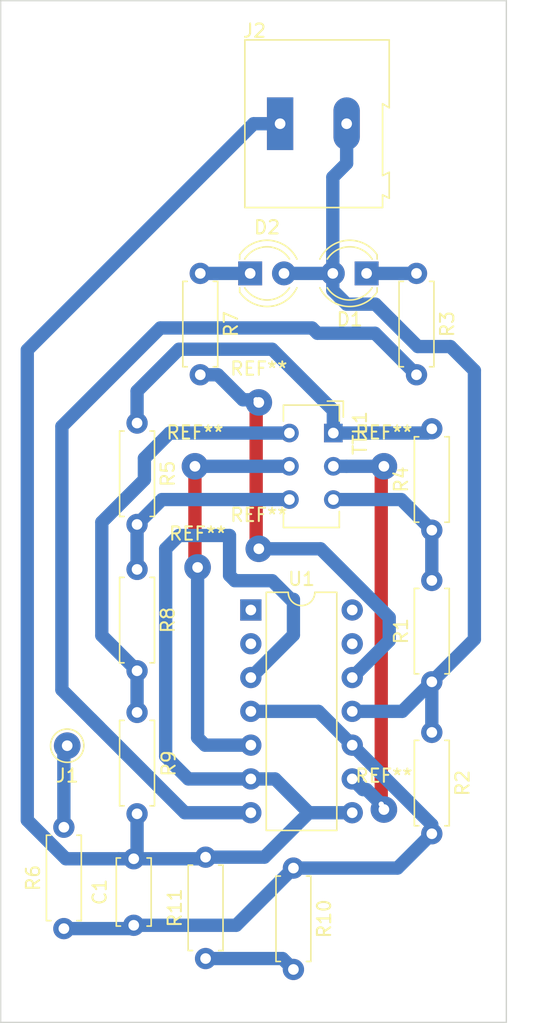
<source format=kicad_pcb>
(kicad_pcb (version 20171130) (host pcbnew "(5.0.1)-3")

  (general
    (thickness 1.6)
    (drawings 4)
    (tracks 122)
    (zones 0)
    (modules 24)
    (nets 20)
  )

  (page A4)
  (layers
    (0 F.Cu signal)
    (31 B.Cu signal)
    (32 B.Adhes user)
    (33 F.Adhes user)
    (34 B.Paste user)
    (35 F.Paste user)
    (36 B.SilkS user)
    (37 F.SilkS user)
    (38 B.Mask user)
    (39 F.Mask user)
    (40 Dwgs.User user)
    (41 Cmts.User user)
    (42 Eco1.User user)
    (43 Eco2.User user)
    (44 Edge.Cuts user)
    (45 Margin user)
    (46 B.CrtYd user)
    (47 F.CrtYd user)
    (48 B.Fab user)
    (49 F.Fab user)
  )

  (setup
    (last_trace_width 1)
    (trace_clearance 0.2)
    (zone_clearance 0.508)
    (zone_45_only no)
    (trace_min 0.2)
    (segment_width 0.2)
    (edge_width 0.1)
    (via_size 0.6)
    (via_drill 0.4)
    (via_min_size 0.4)
    (via_min_drill 0.3)
    (uvia_size 0.3)
    (uvia_drill 0.1)
    (uvias_allowed no)
    (uvia_min_size 0.2)
    (uvia_min_drill 0.1)
    (pcb_text_width 0.3)
    (pcb_text_size 1.5 1.5)
    (mod_edge_width 0.15)
    (mod_text_size 1 1)
    (mod_text_width 0.15)
    (pad_size 1.99898 1.99898)
    (pad_drill 0.8)
    (pad_to_mask_clearance 0)
    (solder_mask_min_width 0.25)
    (aux_axis_origin 0 0)
    (visible_elements 7FFFFFFF)
    (pcbplotparams
      (layerselection 0x01054_fffffffe)
      (usegerberextensions true)
      (usegerberattributes false)
      (usegerberadvancedattributes false)
      (creategerberjobfile false)
      (excludeedgelayer true)
      (linewidth 0.100000)
      (plotframeref false)
      (viasonmask false)
      (mode 1)
      (useauxorigin false)
      (hpglpennumber 1)
      (hpglpenspeed 20)
      (hpglpendiameter 15.000000)
      (psnegative false)
      (psa4output false)
      (plotreference true)
      (plotvalue true)
      (plotinvisibletext false)
      (padsonsilk true)
      (subtractmaskfromsilk false)
      (outputformat 1)
      (mirror false)
      (drillshape 0)
      (scaleselection 1)
      (outputdirectory "C:/Users/FabioAkira/Desktop/gerber/"))
  )

  (net 0 "")
  (net 1 GND)
  (net 2 "Net-(C1-Pad1)")
  (net 3 +5V)
  (net 4 "Net-(D1-Pad1)")
  (net 5 "Net-(D2-Pad1)")
  (net 6 "Net-(J1-Pad1)")
  (net 7 "Net-(R1-Pad2)")
  (net 8 "Net-(R3-Pad2)")
  (net 9 "Net-(R4-Pad2)")
  (net 10 "Net-(R5-Pad2)")
  (net 11 "Net-(R7-Pad2)")
  (net 12 "Net-(R8-Pad2)")
  (net 13 "Net-(R10-Pad2)")
  (net 14 "Net-(TTL1-Pad5)")
  (net 15 "Net-(TTL1-Pad2)")
  (net 16 "Net-(U1-Pad14)")
  (net 17 "Net-(U1-Pad13)")
  (net 18 "Net-(U1-Pad2)")
  (net 19 "Net-(U1-Pad1)")

  (net_class Default "This is the default net class."
    (clearance 0.2)
    (trace_width 1)
    (via_dia 0.6)
    (via_drill 0.4)
    (uvia_dia 0.3)
    (uvia_drill 0.1)
    (add_net +5V)
    (add_net GND)
    (add_net "Net-(C1-Pad1)")
    (add_net "Net-(D1-Pad1)")
    (add_net "Net-(D2-Pad1)")
    (add_net "Net-(J1-Pad1)")
    (add_net "Net-(R1-Pad2)")
    (add_net "Net-(R10-Pad2)")
    (add_net "Net-(R3-Pad2)")
    (add_net "Net-(R4-Pad2)")
    (add_net "Net-(R5-Pad2)")
    (add_net "Net-(R7-Pad2)")
    (add_net "Net-(R8-Pad2)")
    (add_net "Net-(TTL1-Pad2)")
    (add_net "Net-(TTL1-Pad5)")
    (add_net "Net-(U1-Pad1)")
    (add_net "Net-(U1-Pad13)")
    (add_net "Net-(U1-Pad14)")
    (add_net "Net-(U1-Pad2)")
  )

  (module Capacitors_THT:C_Disc_D5.0mm_W2.5mm_P5.00mm (layer F.Cu) (tedit 5BF8064E) (tstamp 5BEB3938)
    (at 180 120.5 90)
    (descr "C, Disc series, Radial, pin pitch=5.00mm, , diameter*width=5*2.5mm^2, Capacitor, http://cdn-reichelt.de/documents/datenblatt/B300/DS_KERKO_TC.pdf")
    (tags "C Disc series Radial pin pitch 5.00mm  diameter 5mm width 2.5mm Capacitor")
    (path /5BBF9380)
    (fp_text reference C1 (at 2.5 -2.56 90) (layer F.SilkS)
      (effects (font (size 1 1) (thickness 0.15)))
    )
    (fp_text value 10nF (at 2.5 2.56 90) (layer F.Fab)
      (effects (font (size 1 1) (thickness 0.15)))
    )
    (fp_text user %R (at 2.25 0 90) (layer F.Fab)
      (effects (font (size 1 1) (thickness 0.15)))
    )
    (fp_line (start 6.05 -1.6) (end -1.05 -1.6) (layer F.CrtYd) (width 0.05))
    (fp_line (start 6.05 1.6) (end 6.05 -1.6) (layer F.CrtYd) (width 0.05))
    (fp_line (start -1.05 1.6) (end 6.05 1.6) (layer F.CrtYd) (width 0.05))
    (fp_line (start -1.05 -1.6) (end -1.05 1.6) (layer F.CrtYd) (width 0.05))
    (fp_line (start 5.06 0.996) (end 5.06 1.31) (layer F.SilkS) (width 0.12))
    (fp_line (start 5.06 -1.31) (end 5.06 -0.996) (layer F.SilkS) (width 0.12))
    (fp_line (start -0.06 0.996) (end -0.06 1.31) (layer F.SilkS) (width 0.12))
    (fp_line (start -0.06 -1.31) (end -0.06 -0.996) (layer F.SilkS) (width 0.12))
    (fp_line (start -0.06 1.31) (end 5.06 1.31) (layer F.SilkS) (width 0.12))
    (fp_line (start -0.06 -1.31) (end 5.06 -1.31) (layer F.SilkS) (width 0.12))
    (fp_line (start 5 -1.25) (end 0 -1.25) (layer F.Fab) (width 0.1))
    (fp_line (start 5 1.25) (end 5 -1.25) (layer F.Fab) (width 0.1))
    (fp_line (start 0 1.25) (end 5 1.25) (layer F.Fab) (width 0.1))
    (fp_line (start 0 -1.25) (end 0 1.25) (layer F.Fab) (width 0.1))
    (pad 2 thru_hole circle (at 5 0 90) (size 1.6 1.6) (drill 0.8) (layers *.Cu *.Mask)
      (net 1 GND))
    (pad 1 thru_hole circle (at 0 0 90) (size 1.6 1.6) (drill 0.8) (layers *.Cu *.Mask)
      (net 2 "Net-(C1-Pad1)"))
    (model ${KISYS3DMOD}/Capacitors_THT.3dshapes/C_Disc_D5.0mm_W2.5mm_P5.00mm.wrl
      (at (xyz 0 0 0))
      (scale (xyz 1 1 1))
      (rotate (xyz 0 0 0))
    )
  )

  (module LEDs:LED_D4.0mm (layer F.Cu) (tedit 5BF805E5) (tstamp 5BEB3900)
    (at 197.5 71.5 180)
    (descr "LED, diameter 4.0mm, 2 pins, http://www.kingbright.com/attachments/file/psearch/000/00/00/L-43GD(Ver.12B).pdf")
    (tags "LED diameter 4.0mm 2 pins")
    (path /5BBF0DAA)
    (fp_text reference D1 (at 1.27 -3.46 180) (layer F.SilkS)
      (effects (font (size 1 1) (thickness 0.15)))
    )
    (fp_text value "LED HIGH" (at 1.27 3.46 180) (layer F.Fab)
      (effects (font (size 1 1) (thickness 0.15)))
    )
    (fp_line (start 4 -2.75) (end -1.45 -2.75) (layer F.CrtYd) (width 0.05))
    (fp_line (start 4 2.75) (end 4 -2.75) (layer F.CrtYd) (width 0.05))
    (fp_line (start -1.45 2.75) (end 4 2.75) (layer F.CrtYd) (width 0.05))
    (fp_line (start -1.45 -2.75) (end -1.45 2.75) (layer F.CrtYd) (width 0.05))
    (fp_line (start -0.79 1.08) (end -0.79 1.399) (layer F.SilkS) (width 0.12))
    (fp_line (start -0.79 -1.399) (end -0.79 -1.08) (layer F.SilkS) (width 0.12))
    (fp_line (start -0.73 -1.32665) (end -0.73 1.32665) (layer F.Fab) (width 0.1))
    (fp_circle (center 1.27 0) (end 3.27 0) (layer F.Fab) (width 0.1))
    (fp_arc (start 1.27 0) (end -0.41333 1.08) (angle -114.6) (layer F.SilkS) (width 0.12))
    (fp_arc (start 1.27 0) (end -0.41333 -1.08) (angle 114.6) (layer F.SilkS) (width 0.12))
    (fp_arc (start 1.27 0) (end -0.79 1.398749) (angle -120.1) (layer F.SilkS) (width 0.12))
    (fp_arc (start 1.27 0) (end -0.79 -1.398749) (angle 120.1) (layer F.SilkS) (width 0.12))
    (fp_arc (start 1.27 0) (end -0.73 -1.32665) (angle 292.9) (layer F.Fab) (width 0.1))
    (pad 2 thru_hole circle (at 2.54 0 180) (size 1.8 1.8) (drill 0.8) (layers *.Cu *.Mask)
      (net 3 +5V))
    (pad 1 thru_hole rect (at 0 0 180) (size 1.8 1.8) (drill 0.8) (layers *.Cu *.Mask)
      (net 4 "Net-(D1-Pad1)"))
    (model ${KISYS3DMOD}/LEDs.3dshapes/LED_D4.0mm.wrl
      (at (xyz 0 0 0))
      (scale (xyz 0.393701 0.393701 0.393701))
      (rotate (xyz 0 0 0))
    )
  )

  (module LEDs:LED_D4.0mm (layer F.Cu) (tedit 5BF805E1) (tstamp 5BEB3798)
    (at 188.75 71.5)
    (descr "LED, diameter 4.0mm, 2 pins, http://www.kingbright.com/attachments/file/psearch/000/00/00/L-43GD(Ver.12B).pdf")
    (tags "LED diameter 4.0mm 2 pins")
    (path /5BBF0E71)
    (fp_text reference D2 (at 1.27 -3.46) (layer F.SilkS)
      (effects (font (size 1 1) (thickness 0.15)))
    )
    (fp_text value "LED LOW" (at 1.27 3.46) (layer F.Fab)
      (effects (font (size 1 1) (thickness 0.15)))
    )
    (fp_arc (start 1.27 0) (end -0.73 -1.32665) (angle 292.9) (layer F.Fab) (width 0.1))
    (fp_arc (start 1.27 0) (end -0.79 -1.398749) (angle 120.1) (layer F.SilkS) (width 0.12))
    (fp_arc (start 1.27 0) (end -0.79 1.398749) (angle -120.1) (layer F.SilkS) (width 0.12))
    (fp_arc (start 1.27 0) (end -0.41333 -1.08) (angle 114.6) (layer F.SilkS) (width 0.12))
    (fp_arc (start 1.27 0) (end -0.41333 1.08) (angle -114.6) (layer F.SilkS) (width 0.12))
    (fp_circle (center 1.27 0) (end 3.27 0) (layer F.Fab) (width 0.1))
    (fp_line (start -0.73 -1.32665) (end -0.73 1.32665) (layer F.Fab) (width 0.1))
    (fp_line (start -0.79 -1.399) (end -0.79 -1.08) (layer F.SilkS) (width 0.12))
    (fp_line (start -0.79 1.08) (end -0.79 1.399) (layer F.SilkS) (width 0.12))
    (fp_line (start -1.45 -2.75) (end -1.45 2.75) (layer F.CrtYd) (width 0.05))
    (fp_line (start -1.45 2.75) (end 4 2.75) (layer F.CrtYd) (width 0.05))
    (fp_line (start 4 2.75) (end 4 -2.75) (layer F.CrtYd) (width 0.05))
    (fp_line (start 4 -2.75) (end -1.45 -2.75) (layer F.CrtYd) (width 0.05))
    (pad 1 thru_hole rect (at 0 0) (size 1.8 1.8) (drill 0.8) (layers *.Cu *.Mask)
      (net 5 "Net-(D2-Pad1)"))
    (pad 2 thru_hole circle (at 2.54 0) (size 1.8 1.8) (drill 0.8) (layers *.Cu *.Mask)
      (net 3 +5V))
    (model ${KISYS3DMOD}/LEDs.3dshapes/LED_D4.0mm.wrl
      (at (xyz 0 0 0))
      (scale (xyz 0.393701 0.393701 0.393701))
      (rotate (xyz 0 0 0))
    )
  )

  (module Connectors:Pin_d1.0mm_L10.0mm (layer F.Cu) (tedit 5BF8063F) (tstamp 5BEB3774)
    (at 175 107)
    (descr "solder Pin_ diameter 1.0mm, hole diameter 1.0mm (press fit), length 10.0mm")
    (tags "solder Pin_ press fit")
    (path /5BBF1BCB)
    (fp_text reference J1 (at 0 2.25) (layer F.SilkS)
      (effects (font (size 1 1) (thickness 0.15)))
    )
    (fp_text value "TEST PROBE" (at 0 -2.05) (layer F.Fab)
      (effects (font (size 1 1) (thickness 0.15)))
    )
    (fp_circle (center 0 0) (end 1.25 0.05) (layer F.SilkS) (width 0.12))
    (fp_circle (center 0 0) (end 1 0) (layer F.Fab) (width 0.12))
    (fp_circle (center 0 0) (end 0.5 0) (layer F.Fab) (width 0.12))
    (fp_circle (center 0 0) (end 1.5 0) (layer F.CrtYd) (width 0.05))
    (fp_text user %R (at 0 2.25) (layer F.Fab)
      (effects (font (size 1 1) (thickness 0.15)))
    )
    (pad 1 thru_hole circle (at 0 0) (size 2 2) (drill 0.8) (layers *.Cu *.Mask)
      (net 6 "Net-(J1-Pad1)"))
    (model ${KISYS3DMOD}/Connectors.3dshapes/Pin_d1.0mm_L10.0mm.wrl
      (at (xyz 0 0 0))
      (scale (xyz 1 1 1))
      (rotate (xyz 0 0 0))
    )
  )

  (module Connectors_Terminal_Blocks:TerminalBlock_Altech_AK300-2_P5.00mm (layer F.Cu) (tedit 5BF80671) (tstamp 5BEB3822)
    (at 191 60.25)
    (descr "Altech AK300 terminal block, pitch 5.0mm, 45 degree angled, see http://www.mouser.com/ds/2/16/PCBMETRC-24178.pdf")
    (tags "Altech AK300 terminal block pitch 5.0mm")
    (path /5BD755FA)
    (fp_text reference J2 (at -1.92 -6.99) (layer F.SilkS)
      (effects (font (size 1 1) (thickness 0.15)))
    )
    (fp_text value Conn_01x02 (at 2.78 7.75) (layer F.Fab)
      (effects (font (size 1 1) (thickness 0.15)))
    )
    (fp_arc (start -1.13 -4.65) (end -1.42 -4.13) (angle 104.2) (layer F.Fab) (width 0.1))
    (fp_arc (start -0.01 -3.71) (end -1.62 -5) (angle 100) (layer F.Fab) (width 0.1))
    (fp_arc (start 0.06 -6.07) (end 1.53 -4.12) (angle 75.5) (layer F.Fab) (width 0.1))
    (fp_arc (start 1.03 -4.59) (end 1.53 -5.05) (angle 90.5) (layer F.Fab) (width 0.1))
    (fp_arc (start 3.87 -4.65) (end 3.58 -4.13) (angle 104.2) (layer F.Fab) (width 0.1))
    (fp_arc (start 4.99 -3.71) (end 3.39 -5) (angle 100) (layer F.Fab) (width 0.1))
    (fp_arc (start 5.07 -6.07) (end 6.53 -4.12) (angle 75.5) (layer F.Fab) (width 0.1))
    (fp_arc (start 6.03 -4.59) (end 6.54 -5.05) (angle 90.5) (layer F.Fab) (width 0.1))
    (fp_line (start 8.36 6.47) (end -2.83 6.47) (layer F.CrtYd) (width 0.05))
    (fp_line (start 8.36 6.47) (end 8.36 -6.47) (layer F.CrtYd) (width 0.05))
    (fp_line (start -2.83 -6.47) (end -2.83 6.47) (layer F.CrtYd) (width 0.05))
    (fp_line (start -2.83 -6.47) (end 8.36 -6.47) (layer F.CrtYd) (width 0.05))
    (fp_line (start 3.36 -0.25) (end 6.67 -0.25) (layer F.Fab) (width 0.1))
    (fp_line (start 2.98 -0.25) (end 3.36 -0.25) (layer F.Fab) (width 0.1))
    (fp_line (start 7.05 -0.25) (end 6.67 -0.25) (layer F.Fab) (width 0.1))
    (fp_line (start 6.67 -0.64) (end 3.36 -0.64) (layer F.Fab) (width 0.1))
    (fp_line (start 7.61 -0.64) (end 6.67 -0.64) (layer F.Fab) (width 0.1))
    (fp_line (start 1.66 -0.64) (end 3.36 -0.64) (layer F.Fab) (width 0.1))
    (fp_line (start -1.64 -0.64) (end 1.66 -0.64) (layer F.Fab) (width 0.1))
    (fp_line (start -2.58 -0.64) (end -1.64 -0.64) (layer F.Fab) (width 0.1))
    (fp_line (start 1.66 -0.25) (end -1.64 -0.25) (layer F.Fab) (width 0.1))
    (fp_line (start 2.04 -0.25) (end 1.66 -0.25) (layer F.Fab) (width 0.1))
    (fp_line (start -2.02 -0.25) (end -1.64 -0.25) (layer F.Fab) (width 0.1))
    (fp_line (start -1.49 -4.32) (end 1.56 -4.95) (layer F.Fab) (width 0.1))
    (fp_line (start -1.62 -4.45) (end 1.44 -5.08) (layer F.Fab) (width 0.1))
    (fp_line (start 3.52 -4.32) (end 6.56 -4.95) (layer F.Fab) (width 0.1))
    (fp_line (start 3.39 -4.45) (end 6.44 -5.08) (layer F.Fab) (width 0.1))
    (fp_line (start 2.04 -5.97) (end -2.02 -5.97) (layer F.Fab) (width 0.1))
    (fp_line (start -2.02 -3.43) (end -2.02 -5.97) (layer F.Fab) (width 0.1))
    (fp_line (start 2.04 -3.43) (end -2.02 -3.43) (layer F.Fab) (width 0.1))
    (fp_line (start 2.04 -3.43) (end 2.04 -5.97) (layer F.Fab) (width 0.1))
    (fp_line (start 7.05 -3.43) (end 2.98 -3.43) (layer F.Fab) (width 0.1))
    (fp_line (start 7.05 -5.97) (end 7.05 -3.43) (layer F.Fab) (width 0.1))
    (fp_line (start 2.98 -5.97) (end 7.05 -5.97) (layer F.Fab) (width 0.1))
    (fp_line (start 2.98 -3.43) (end 2.98 -5.97) (layer F.Fab) (width 0.1))
    (fp_line (start 7.61 -3.17) (end 7.61 -1.65) (layer F.Fab) (width 0.1))
    (fp_line (start -2.58 -3.17) (end -2.58 -6.22) (layer F.Fab) (width 0.1))
    (fp_line (start -2.58 -3.17) (end 7.61 -3.17) (layer F.Fab) (width 0.1))
    (fp_line (start 7.61 -0.64) (end 7.61 4.06) (layer F.Fab) (width 0.1))
    (fp_line (start 7.61 -1.65) (end 7.61 -0.64) (layer F.Fab) (width 0.1))
    (fp_line (start -2.58 -0.64) (end -2.58 -3.17) (layer F.Fab) (width 0.1))
    (fp_line (start -2.58 6.22) (end -2.58 -0.64) (layer F.Fab) (width 0.1))
    (fp_line (start 6.67 0.51) (end 6.28 0.51) (layer F.Fab) (width 0.1))
    (fp_line (start 3.36 0.51) (end 3.74 0.51) (layer F.Fab) (width 0.1))
    (fp_line (start 1.66 0.51) (end 1.28 0.51) (layer F.Fab) (width 0.1))
    (fp_line (start -1.64 0.51) (end -1.26 0.51) (layer F.Fab) (width 0.1))
    (fp_line (start -1.64 3.68) (end -1.64 0.51) (layer F.Fab) (width 0.1))
    (fp_line (start 1.66 3.68) (end -1.64 3.68) (layer F.Fab) (width 0.1))
    (fp_line (start 1.66 3.68) (end 1.66 0.51) (layer F.Fab) (width 0.1))
    (fp_line (start 3.36 3.68) (end 3.36 0.51) (layer F.Fab) (width 0.1))
    (fp_line (start 6.67 3.68) (end 3.36 3.68) (layer F.Fab) (width 0.1))
    (fp_line (start 6.67 3.68) (end 6.67 0.51) (layer F.Fab) (width 0.1))
    (fp_line (start -2.02 4.32) (end -2.02 6.22) (layer F.Fab) (width 0.1))
    (fp_line (start 2.04 4.32) (end 2.04 -0.25) (layer F.Fab) (width 0.1))
    (fp_line (start 2.04 4.32) (end -2.02 4.32) (layer F.Fab) (width 0.1))
    (fp_line (start 7.05 4.32) (end 7.05 6.22) (layer F.Fab) (width 0.1))
    (fp_line (start 2.98 4.32) (end 2.98 -0.25) (layer F.Fab) (width 0.1))
    (fp_line (start 2.98 4.32) (end 7.05 4.32) (layer F.Fab) (width 0.1))
    (fp_line (start -2.02 6.22) (end 2.04 6.22) (layer F.Fab) (width 0.1))
    (fp_line (start -2.58 6.22) (end -2.02 6.22) (layer F.Fab) (width 0.1))
    (fp_line (start -2.02 -0.25) (end -2.02 4.32) (layer F.Fab) (width 0.1))
    (fp_line (start 2.04 6.22) (end 2.98 6.22) (layer F.Fab) (width 0.1))
    (fp_line (start 2.04 6.22) (end 2.04 4.32) (layer F.Fab) (width 0.1))
    (fp_line (start 7.05 6.22) (end 7.61 6.22) (layer F.Fab) (width 0.1))
    (fp_line (start 2.98 6.22) (end 7.05 6.22) (layer F.Fab) (width 0.1))
    (fp_line (start 7.05 -0.25) (end 7.05 4.32) (layer F.Fab) (width 0.1))
    (fp_line (start 2.98 6.22) (end 2.98 4.32) (layer F.Fab) (width 0.1))
    (fp_line (start 8.11 3.81) (end 8.11 5.46) (layer F.Fab) (width 0.1))
    (fp_line (start 7.61 4.06) (end 7.61 5.21) (layer F.Fab) (width 0.1))
    (fp_line (start 8.11 3.81) (end 7.61 4.06) (layer F.Fab) (width 0.1))
    (fp_line (start 7.61 5.21) (end 7.61 6.22) (layer F.Fab) (width 0.1))
    (fp_line (start 8.11 5.46) (end 7.61 5.21) (layer F.Fab) (width 0.1))
    (fp_line (start 8.11 -1.4) (end 7.61 -1.65) (layer F.Fab) (width 0.1))
    (fp_line (start 8.11 -6.22) (end 8.11 -1.4) (layer F.Fab) (width 0.1))
    (fp_line (start 7.61 -6.22) (end 8.11 -6.22) (layer F.Fab) (width 0.1))
    (fp_line (start 7.61 -6.22) (end -2.58 -6.22) (layer F.Fab) (width 0.1))
    (fp_line (start 7.61 -6.22) (end 7.61 -3.17) (layer F.Fab) (width 0.1))
    (fp_line (start 3.74 2.54) (end 3.74 -0.25) (layer F.Fab) (width 0.1))
    (fp_line (start 3.74 -0.25) (end 6.28 -0.25) (layer F.Fab) (width 0.1))
    (fp_line (start 6.28 2.54) (end 6.28 -0.25) (layer F.Fab) (width 0.1))
    (fp_line (start 3.74 2.54) (end 6.28 2.54) (layer F.Fab) (width 0.1))
    (fp_line (start -1.26 2.54) (end -1.26 -0.25) (layer F.Fab) (width 0.1))
    (fp_line (start -1.26 -0.25) (end 1.28 -0.25) (layer F.Fab) (width 0.1))
    (fp_line (start 1.28 2.54) (end 1.28 -0.25) (layer F.Fab) (width 0.1))
    (fp_line (start -1.26 2.54) (end 1.28 2.54) (layer F.Fab) (width 0.1))
    (fp_line (start 8.2 -6.3) (end -2.65 -6.3) (layer F.SilkS) (width 0.12))
    (fp_line (start 8.2 -1.2) (end 8.2 -6.3) (layer F.SilkS) (width 0.12))
    (fp_line (start 7.7 -1.5) (end 8.2 -1.2) (layer F.SilkS) (width 0.12))
    (fp_line (start 7.7 3.9) (end 7.7 -1.5) (layer F.SilkS) (width 0.12))
    (fp_line (start 8.2 3.65) (end 7.7 3.9) (layer F.SilkS) (width 0.12))
    (fp_line (start 8.2 3.7) (end 8.2 3.65) (layer F.SilkS) (width 0.12))
    (fp_line (start 8.2 5.6) (end 8.2 3.7) (layer F.SilkS) (width 0.12))
    (fp_line (start 7.7 5.35) (end 8.2 5.6) (layer F.SilkS) (width 0.12))
    (fp_line (start 7.7 6.3) (end 7.7 5.35) (layer F.SilkS) (width 0.12))
    (fp_line (start -2.65 6.3) (end 7.7 6.3) (layer F.SilkS) (width 0.12))
    (fp_line (start -2.65 -6.3) (end -2.65 6.3) (layer F.SilkS) (width 0.12))
    (fp_text user %R (at 2.5 -2) (layer F.Fab)
      (effects (font (size 1 1) (thickness 0.15)))
    )
    (pad 2 thru_hole oval (at 5 0) (size 1.98 3.96) (drill 0.8) (layers *.Cu *.Mask)
      (net 3 +5V))
    (pad 1 thru_hole rect (at 0 0) (size 1.98 3.96) (drill 0.8) (layers *.Cu *.Mask)
      (net 1 GND))
    (model ${KISYS3DMOD}/Terminal_Blocks.3dshapes/TerminalBlock_Altech_AK300-2_P5.00mm.wrl
      (at (xyz 0 0 0))
      (scale (xyz 1 1 1))
      (rotate (xyz 0 0 0))
    )
  )

  (module Resistors_THT:R_Axial_DIN0207_L6.3mm_D2.5mm_P7.62mm_Horizontal (layer F.Cu) (tedit 5874F706) (tstamp 5BEB3741)
    (at 202.4 102.2 90)
    (descr "Resistor, Axial_DIN0207 series, Axial, Horizontal, pin pitch=7.62mm, 0.25W = 1/4W, length*diameter=6.3*2.5mm^2, http://cdn-reichelt.de/documents/datenblatt/B400/1_4W%23YAG.pdf")
    (tags "Resistor Axial_DIN0207 series Axial Horizontal pin pitch 7.62mm 0.25W = 1/4W length 6.3mm diameter 2.5mm")
    (path /5BBF0ACE)
    (fp_text reference R1 (at 3.81 -2.31 90) (layer F.SilkS)
      (effects (font (size 1 1) (thickness 0.15)))
    )
    (fp_text value 47k (at 3.81 2.31 90) (layer F.Fab)
      (effects (font (size 1 1) (thickness 0.15)))
    )
    (fp_line (start 0.66 -1.25) (end 0.66 1.25) (layer F.Fab) (width 0.1))
    (fp_line (start 0.66 1.25) (end 6.96 1.25) (layer F.Fab) (width 0.1))
    (fp_line (start 6.96 1.25) (end 6.96 -1.25) (layer F.Fab) (width 0.1))
    (fp_line (start 6.96 -1.25) (end 0.66 -1.25) (layer F.Fab) (width 0.1))
    (fp_line (start 0 0) (end 0.66 0) (layer F.Fab) (width 0.1))
    (fp_line (start 7.62 0) (end 6.96 0) (layer F.Fab) (width 0.1))
    (fp_line (start 0.6 -0.98) (end 0.6 -1.31) (layer F.SilkS) (width 0.12))
    (fp_line (start 0.6 -1.31) (end 7.02 -1.31) (layer F.SilkS) (width 0.12))
    (fp_line (start 7.02 -1.31) (end 7.02 -0.98) (layer F.SilkS) (width 0.12))
    (fp_line (start 0.6 0.98) (end 0.6 1.31) (layer F.SilkS) (width 0.12))
    (fp_line (start 0.6 1.31) (end 7.02 1.31) (layer F.SilkS) (width 0.12))
    (fp_line (start 7.02 1.31) (end 7.02 0.98) (layer F.SilkS) (width 0.12))
    (fp_line (start -1.05 -1.6) (end -1.05 1.6) (layer F.CrtYd) (width 0.05))
    (fp_line (start -1.05 1.6) (end 8.7 1.6) (layer F.CrtYd) (width 0.05))
    (fp_line (start 8.7 1.6) (end 8.7 -1.6) (layer F.CrtYd) (width 0.05))
    (fp_line (start 8.7 -1.6) (end -1.05 -1.6) (layer F.CrtYd) (width 0.05))
    (pad 1 thru_hole circle (at 0 0 90) (size 1.6 1.6) (drill 0.8) (layers *.Cu *.Mask)
      (net 3 +5V))
    (pad 2 thru_hole oval (at 7.62 0 90) (size 1.6 1.6) (drill 0.8) (layers *.Cu *.Mask)
      (net 7 "Net-(R1-Pad2)"))
    (model ${KISYS3DMOD}/Resistors_THT.3dshapes/R_Axial_DIN0207_L6.3mm_D2.5mm_P7.62mm_Horizontal.wrl
      (at (xyz 0 0 0))
      (scale (xyz 0.393701 0.393701 0.393701))
      (rotate (xyz 0 0 0))
    )
  )

  (module Resistors_THT:R_Axial_DIN0207_L6.3mm_D2.5mm_P7.62mm_Horizontal (layer F.Cu) (tedit 5874F706) (tstamp 5BEB41E2)
    (at 202.4 106 270)
    (descr "Resistor, Axial_DIN0207 series, Axial, Horizontal, pin pitch=7.62mm, 0.25W = 1/4W, length*diameter=6.3*2.5mm^2, http://cdn-reichelt.de/documents/datenblatt/B400/1_4W%23YAG.pdf")
    (tags "Resistor Axial_DIN0207 series Axial Horizontal pin pitch 7.62mm 0.25W = 1/4W length 6.3mm diameter 2.5mm")
    (path /5BBF0B71)
    (fp_text reference R2 (at 3.81 -2.31 270) (layer F.SilkS)
      (effects (font (size 1 1) (thickness 0.15)))
    )
    (fp_text value 1.2M (at 3.81 2.31 270) (layer F.Fab)
      (effects (font (size 1 1) (thickness 0.15)))
    )
    (fp_line (start 8.7 -1.6) (end -1.05 -1.6) (layer F.CrtYd) (width 0.05))
    (fp_line (start 8.7 1.6) (end 8.7 -1.6) (layer F.CrtYd) (width 0.05))
    (fp_line (start -1.05 1.6) (end 8.7 1.6) (layer F.CrtYd) (width 0.05))
    (fp_line (start -1.05 -1.6) (end -1.05 1.6) (layer F.CrtYd) (width 0.05))
    (fp_line (start 7.02 1.31) (end 7.02 0.98) (layer F.SilkS) (width 0.12))
    (fp_line (start 0.6 1.31) (end 7.02 1.31) (layer F.SilkS) (width 0.12))
    (fp_line (start 0.6 0.98) (end 0.6 1.31) (layer F.SilkS) (width 0.12))
    (fp_line (start 7.02 -1.31) (end 7.02 -0.98) (layer F.SilkS) (width 0.12))
    (fp_line (start 0.6 -1.31) (end 7.02 -1.31) (layer F.SilkS) (width 0.12))
    (fp_line (start 0.6 -0.98) (end 0.6 -1.31) (layer F.SilkS) (width 0.12))
    (fp_line (start 7.62 0) (end 6.96 0) (layer F.Fab) (width 0.1))
    (fp_line (start 0 0) (end 0.66 0) (layer F.Fab) (width 0.1))
    (fp_line (start 6.96 -1.25) (end 0.66 -1.25) (layer F.Fab) (width 0.1))
    (fp_line (start 6.96 1.25) (end 6.96 -1.25) (layer F.Fab) (width 0.1))
    (fp_line (start 0.66 1.25) (end 6.96 1.25) (layer F.Fab) (width 0.1))
    (fp_line (start 0.66 -1.25) (end 0.66 1.25) (layer F.Fab) (width 0.1))
    (pad 2 thru_hole oval (at 7.62 0 270) (size 1.6 1.6) (drill 0.8) (layers *.Cu *.Mask)
      (net 2 "Net-(C1-Pad1)"))
    (pad 1 thru_hole circle (at 0 0 270) (size 1.6 1.6) (drill 0.8) (layers *.Cu *.Mask)
      (net 3 +5V))
    (model ${KISYS3DMOD}/Resistors_THT.3dshapes/R_Axial_DIN0207_L6.3mm_D2.5mm_P7.62mm_Horizontal.wrl
      (at (xyz 0 0 0))
      (scale (xyz 0.393701 0.393701 0.393701))
      (rotate (xyz 0 0 0))
    )
  )

  (module Resistors_THT:R_Axial_DIN0207_L6.3mm_D2.5mm_P7.62mm_Horizontal (layer F.Cu) (tedit 5874F706) (tstamp 5BEB36C3)
    (at 201.25 71.5 270)
    (descr "Resistor, Axial_DIN0207 series, Axial, Horizontal, pin pitch=7.62mm, 0.25W = 1/4W, length*diameter=6.3*2.5mm^2, http://cdn-reichelt.de/documents/datenblatt/B400/1_4W%23YAG.pdf")
    (tags "Resistor Axial_DIN0207 series Axial Horizontal pin pitch 7.62mm 0.25W = 1/4W length 6.3mm diameter 2.5mm")
    (path /5BBF0C0A)
    (fp_text reference R3 (at 3.81 -2.31 270) (layer F.SilkS)
      (effects (font (size 1 1) (thickness 0.15)))
    )
    (fp_text value 560/0.5W (at 3.81 2.31 270) (layer F.Fab)
      (effects (font (size 1 1) (thickness 0.15)))
    )
    (fp_line (start 0.66 -1.25) (end 0.66 1.25) (layer F.Fab) (width 0.1))
    (fp_line (start 0.66 1.25) (end 6.96 1.25) (layer F.Fab) (width 0.1))
    (fp_line (start 6.96 1.25) (end 6.96 -1.25) (layer F.Fab) (width 0.1))
    (fp_line (start 6.96 -1.25) (end 0.66 -1.25) (layer F.Fab) (width 0.1))
    (fp_line (start 0 0) (end 0.66 0) (layer F.Fab) (width 0.1))
    (fp_line (start 7.62 0) (end 6.96 0) (layer F.Fab) (width 0.1))
    (fp_line (start 0.6 -0.98) (end 0.6 -1.31) (layer F.SilkS) (width 0.12))
    (fp_line (start 0.6 -1.31) (end 7.02 -1.31) (layer F.SilkS) (width 0.12))
    (fp_line (start 7.02 -1.31) (end 7.02 -0.98) (layer F.SilkS) (width 0.12))
    (fp_line (start 0.6 0.98) (end 0.6 1.31) (layer F.SilkS) (width 0.12))
    (fp_line (start 0.6 1.31) (end 7.02 1.31) (layer F.SilkS) (width 0.12))
    (fp_line (start 7.02 1.31) (end 7.02 0.98) (layer F.SilkS) (width 0.12))
    (fp_line (start -1.05 -1.6) (end -1.05 1.6) (layer F.CrtYd) (width 0.05))
    (fp_line (start -1.05 1.6) (end 8.7 1.6) (layer F.CrtYd) (width 0.05))
    (fp_line (start 8.7 1.6) (end 8.7 -1.6) (layer F.CrtYd) (width 0.05))
    (fp_line (start 8.7 -1.6) (end -1.05 -1.6) (layer F.CrtYd) (width 0.05))
    (pad 1 thru_hole circle (at 0 0 270) (size 1.6 1.6) (drill 0.8) (layers *.Cu *.Mask)
      (net 4 "Net-(D1-Pad1)"))
    (pad 2 thru_hole oval (at 7.62 0 270) (size 1.6 1.6) (drill 0.8) (layers *.Cu *.Mask)
      (net 8 "Net-(R3-Pad2)"))
    (model ${KISYS3DMOD}/Resistors_THT.3dshapes/R_Axial_DIN0207_L6.3mm_D2.5mm_P7.62mm_Horizontal.wrl
      (at (xyz 0 0 0))
      (scale (xyz 0.393701 0.393701 0.393701))
      (rotate (xyz 0 0 0))
    )
  )

  (module Resistors_THT:R_Axial_DIN0207_L6.3mm_D2.5mm_P7.62mm_Horizontal (layer F.Cu) (tedit 5874F706) (tstamp 5BEB3684)
    (at 202.4 90.8 90)
    (descr "Resistor, Axial_DIN0207 series, Axial, Horizontal, pin pitch=7.62mm, 0.25W = 1/4W, length*diameter=6.3*2.5mm^2, http://cdn-reichelt.de/documents/datenblatt/B400/1_4W%23YAG.pdf")
    (tags "Resistor Axial_DIN0207 series Axial Horizontal pin pitch 7.62mm 0.25W = 1/4W length 6.3mm diameter 2.5mm")
    (path /5BBF0404)
    (fp_text reference R4 (at 3.81 -2.31 90) (layer F.SilkS)
      (effects (font (size 1 1) (thickness 0.15)))
    )
    (fp_text value 56k (at 3.81 2.31 90) (layer F.Fab)
      (effects (font (size 1 1) (thickness 0.15)))
    )
    (fp_line (start 0.66 -1.25) (end 0.66 1.25) (layer F.Fab) (width 0.1))
    (fp_line (start 0.66 1.25) (end 6.96 1.25) (layer F.Fab) (width 0.1))
    (fp_line (start 6.96 1.25) (end 6.96 -1.25) (layer F.Fab) (width 0.1))
    (fp_line (start 6.96 -1.25) (end 0.66 -1.25) (layer F.Fab) (width 0.1))
    (fp_line (start 0 0) (end 0.66 0) (layer F.Fab) (width 0.1))
    (fp_line (start 7.62 0) (end 6.96 0) (layer F.Fab) (width 0.1))
    (fp_line (start 0.6 -0.98) (end 0.6 -1.31) (layer F.SilkS) (width 0.12))
    (fp_line (start 0.6 -1.31) (end 7.02 -1.31) (layer F.SilkS) (width 0.12))
    (fp_line (start 7.02 -1.31) (end 7.02 -0.98) (layer F.SilkS) (width 0.12))
    (fp_line (start 0.6 0.98) (end 0.6 1.31) (layer F.SilkS) (width 0.12))
    (fp_line (start 0.6 1.31) (end 7.02 1.31) (layer F.SilkS) (width 0.12))
    (fp_line (start 7.02 1.31) (end 7.02 0.98) (layer F.SilkS) (width 0.12))
    (fp_line (start -1.05 -1.6) (end -1.05 1.6) (layer F.CrtYd) (width 0.05))
    (fp_line (start -1.05 1.6) (end 8.7 1.6) (layer F.CrtYd) (width 0.05))
    (fp_line (start 8.7 1.6) (end 8.7 -1.6) (layer F.CrtYd) (width 0.05))
    (fp_line (start 8.7 -1.6) (end -1.05 -1.6) (layer F.CrtYd) (width 0.05))
    (pad 1 thru_hole circle (at 0 0 90) (size 1.6 1.6) (drill 0.8) (layers *.Cu *.Mask)
      (net 7 "Net-(R1-Pad2)"))
    (pad 2 thru_hole oval (at 7.62 0 90) (size 1.6 1.6) (drill 0.8) (layers *.Cu *.Mask)
      (net 9 "Net-(R4-Pad2)"))
    (model ${KISYS3DMOD}/Resistors_THT.3dshapes/R_Axial_DIN0207_L6.3mm_D2.5mm_P7.62mm_Horizontal.wrl
      (at (xyz 0 0 0))
      (scale (xyz 0.393701 0.393701 0.393701))
      (rotate (xyz 0 0 0))
    )
  )

  (module Resistors_THT:R_Axial_DIN0207_L6.3mm_D2.5mm_P7.62mm_Horizontal (layer F.Cu) (tedit 5874F706) (tstamp 5BEB3645)
    (at 180.25 82.75 270)
    (descr "Resistor, Axial_DIN0207 series, Axial, Horizontal, pin pitch=7.62mm, 0.25W = 1/4W, length*diameter=6.3*2.5mm^2, http://cdn-reichelt.de/documents/datenblatt/B400/1_4W%23YAG.pdf")
    (tags "Resistor Axial_DIN0207 series Axial Horizontal pin pitch 7.62mm 0.25W = 1/4W length 6.3mm diameter 2.5mm")
    (path /5BBF043F)
    (fp_text reference R5 (at 3.81 -2.31 270) (layer F.SilkS)
      (effects (font (size 1 1) (thickness 0.15)))
    )
    (fp_text value 22k (at 3.81 2.31 270) (layer F.Fab)
      (effects (font (size 1 1) (thickness 0.15)))
    )
    (fp_line (start 8.7 -1.6) (end -1.05 -1.6) (layer F.CrtYd) (width 0.05))
    (fp_line (start 8.7 1.6) (end 8.7 -1.6) (layer F.CrtYd) (width 0.05))
    (fp_line (start -1.05 1.6) (end 8.7 1.6) (layer F.CrtYd) (width 0.05))
    (fp_line (start -1.05 -1.6) (end -1.05 1.6) (layer F.CrtYd) (width 0.05))
    (fp_line (start 7.02 1.31) (end 7.02 0.98) (layer F.SilkS) (width 0.12))
    (fp_line (start 0.6 1.31) (end 7.02 1.31) (layer F.SilkS) (width 0.12))
    (fp_line (start 0.6 0.98) (end 0.6 1.31) (layer F.SilkS) (width 0.12))
    (fp_line (start 7.02 -1.31) (end 7.02 -0.98) (layer F.SilkS) (width 0.12))
    (fp_line (start 0.6 -1.31) (end 7.02 -1.31) (layer F.SilkS) (width 0.12))
    (fp_line (start 0.6 -0.98) (end 0.6 -1.31) (layer F.SilkS) (width 0.12))
    (fp_line (start 7.62 0) (end 6.96 0) (layer F.Fab) (width 0.1))
    (fp_line (start 0 0) (end 0.66 0) (layer F.Fab) (width 0.1))
    (fp_line (start 6.96 -1.25) (end 0.66 -1.25) (layer F.Fab) (width 0.1))
    (fp_line (start 6.96 1.25) (end 6.96 -1.25) (layer F.Fab) (width 0.1))
    (fp_line (start 0.66 1.25) (end 6.96 1.25) (layer F.Fab) (width 0.1))
    (fp_line (start 0.66 -1.25) (end 0.66 1.25) (layer F.Fab) (width 0.1))
    (pad 2 thru_hole oval (at 7.62 0 270) (size 1.6 1.6) (drill 0.8) (layers *.Cu *.Mask)
      (net 10 "Net-(R5-Pad2)"))
    (pad 1 thru_hole circle (at 0 0 270) (size 1.6 1.6) (drill 0.8) (layers *.Cu *.Mask)
      (net 9 "Net-(R4-Pad2)"))
    (model ${KISYS3DMOD}/Resistors_THT.3dshapes/R_Axial_DIN0207_L6.3mm_D2.5mm_P7.62mm_Horizontal.wrl
      (at (xyz 0 0 0))
      (scale (xyz 0.393701 0.393701 0.393701))
      (rotate (xyz 0 0 0))
    )
  )

  (module Resistors_THT:R_Axial_DIN0207_L6.3mm_D2.5mm_P7.62mm_Horizontal (layer F.Cu) (tedit 5874F706) (tstamp 5BEB3975)
    (at 174.75 120.75 90)
    (descr "Resistor, Axial_DIN0207 series, Axial, Horizontal, pin pitch=7.62mm, 0.25W = 1/4W, length*diameter=6.3*2.5mm^2, http://cdn-reichelt.de/documents/datenblatt/B400/1_4W%23YAG.pdf")
    (tags "Resistor Axial_DIN0207 series Axial Horizontal pin pitch 7.62mm 0.25W = 1/4W length 6.3mm diameter 2.5mm")
    (path /5BBF0C7D)
    (fp_text reference R6 (at 3.81 -2.31 90) (layer F.SilkS)
      (effects (font (size 1 1) (thickness 0.15)))
    )
    (fp_text value 10k (at 3.81 2.31 90) (layer F.Fab)
      (effects (font (size 1 1) (thickness 0.15)))
    )
    (fp_line (start 8.7 -1.6) (end -1.05 -1.6) (layer F.CrtYd) (width 0.05))
    (fp_line (start 8.7 1.6) (end 8.7 -1.6) (layer F.CrtYd) (width 0.05))
    (fp_line (start -1.05 1.6) (end 8.7 1.6) (layer F.CrtYd) (width 0.05))
    (fp_line (start -1.05 -1.6) (end -1.05 1.6) (layer F.CrtYd) (width 0.05))
    (fp_line (start 7.02 1.31) (end 7.02 0.98) (layer F.SilkS) (width 0.12))
    (fp_line (start 0.6 1.31) (end 7.02 1.31) (layer F.SilkS) (width 0.12))
    (fp_line (start 0.6 0.98) (end 0.6 1.31) (layer F.SilkS) (width 0.12))
    (fp_line (start 7.02 -1.31) (end 7.02 -0.98) (layer F.SilkS) (width 0.12))
    (fp_line (start 0.6 -1.31) (end 7.02 -1.31) (layer F.SilkS) (width 0.12))
    (fp_line (start 0.6 -0.98) (end 0.6 -1.31) (layer F.SilkS) (width 0.12))
    (fp_line (start 7.62 0) (end 6.96 0) (layer F.Fab) (width 0.1))
    (fp_line (start 0 0) (end 0.66 0) (layer F.Fab) (width 0.1))
    (fp_line (start 6.96 -1.25) (end 0.66 -1.25) (layer F.Fab) (width 0.1))
    (fp_line (start 6.96 1.25) (end 6.96 -1.25) (layer F.Fab) (width 0.1))
    (fp_line (start 0.66 1.25) (end 6.96 1.25) (layer F.Fab) (width 0.1))
    (fp_line (start 0.66 -1.25) (end 0.66 1.25) (layer F.Fab) (width 0.1))
    (pad 2 thru_hole oval (at 7.62 0 90) (size 1.6 1.6) (drill 0.8) (layers *.Cu *.Mask)
      (net 6 "Net-(J1-Pad1)"))
    (pad 1 thru_hole circle (at 0 0 90) (size 1.6 1.6) (drill 0.8) (layers *.Cu *.Mask)
      (net 2 "Net-(C1-Pad1)"))
    (model ${KISYS3DMOD}/Resistors_THT.3dshapes/R_Axial_DIN0207_L6.3mm_D2.5mm_P7.62mm_Horizontal.wrl
      (at (xyz 0 0 0))
      (scale (xyz 0.393701 0.393701 0.393701))
      (rotate (xyz 0 0 0))
    )
  )

  (module Resistors_THT:R_Axial_DIN0207_L6.3mm_D2.5mm_P7.62mm_Horizontal (layer F.Cu) (tedit 5874F706) (tstamp 5BEB3B79)
    (at 185 71.5 270)
    (descr "Resistor, Axial_DIN0207 series, Axial, Horizontal, pin pitch=7.62mm, 0.25W = 1/4W, length*diameter=6.3*2.5mm^2, http://cdn-reichelt.de/documents/datenblatt/B400/1_4W%23YAG.pdf")
    (tags "Resistor Axial_DIN0207 series Axial Horizontal pin pitch 7.62mm 0.25W = 1/4W length 6.3mm diameter 2.5mm")
    (path /5BBF372D)
    (fp_text reference R7 (at 3.81 -2.31 270) (layer F.SilkS)
      (effects (font (size 1 1) (thickness 0.15)))
    )
    (fp_text value 560/0.5W (at 3.81 2.624999 270) (layer F.Fab)
      (effects (font (size 1 1) (thickness 0.15)))
    )
    (fp_line (start 0.66 -1.25) (end 0.66 1.25) (layer F.Fab) (width 0.1))
    (fp_line (start 0.66 1.25) (end 6.96 1.25) (layer F.Fab) (width 0.1))
    (fp_line (start 6.96 1.25) (end 6.96 -1.25) (layer F.Fab) (width 0.1))
    (fp_line (start 6.96 -1.25) (end 0.66 -1.25) (layer F.Fab) (width 0.1))
    (fp_line (start 0 0) (end 0.66 0) (layer F.Fab) (width 0.1))
    (fp_line (start 7.62 0) (end 6.96 0) (layer F.Fab) (width 0.1))
    (fp_line (start 0.6 -0.98) (end 0.6 -1.31) (layer F.SilkS) (width 0.12))
    (fp_line (start 0.6 -1.31) (end 7.02 -1.31) (layer F.SilkS) (width 0.12))
    (fp_line (start 7.02 -1.31) (end 7.02 -0.98) (layer F.SilkS) (width 0.12))
    (fp_line (start 0.6 0.98) (end 0.6 1.31) (layer F.SilkS) (width 0.12))
    (fp_line (start 0.6 1.31) (end 7.02 1.31) (layer F.SilkS) (width 0.12))
    (fp_line (start 7.02 1.31) (end 7.02 0.98) (layer F.SilkS) (width 0.12))
    (fp_line (start -1.05 -1.6) (end -1.05 1.6) (layer F.CrtYd) (width 0.05))
    (fp_line (start -1.05 1.6) (end 8.7 1.6) (layer F.CrtYd) (width 0.05))
    (fp_line (start 8.7 1.6) (end 8.7 -1.6) (layer F.CrtYd) (width 0.05))
    (fp_line (start 8.7 -1.6) (end -1.05 -1.6) (layer F.CrtYd) (width 0.05))
    (pad 1 thru_hole circle (at 0 0 270) (size 1.6 1.6) (drill 0.8) (layers *.Cu *.Mask)
      (net 5 "Net-(D2-Pad1)"))
    (pad 2 thru_hole oval (at 7.62 0 270) (size 1.6 1.6) (drill 0.8) (layers *.Cu *.Mask)
      (net 11 "Net-(R7-Pad2)"))
    (model ${KISYS3DMOD}/Resistors_THT.3dshapes/R_Axial_DIN0207_L6.3mm_D2.5mm_P7.62mm_Horizontal.wrl
      (at (xyz 0 0 0))
      (scale (xyz 0.393701 0.393701 0.393701))
      (rotate (xyz 0 0 0))
    )
  )

  (module Resistors_THT:R_Axial_DIN0207_L6.3mm_D2.5mm_P7.62mm_Horizontal (layer F.Cu) (tedit 5874F706) (tstamp 5BEB3B3A)
    (at 180.25 93.75 270)
    (descr "Resistor, Axial_DIN0207 series, Axial, Horizontal, pin pitch=7.62mm, 0.25W = 1/4W, length*diameter=6.3*2.5mm^2, http://cdn-reichelt.de/documents/datenblatt/B400/1_4W%23YAG.pdf")
    (tags "Resistor Axial_DIN0207 series Axial Horizontal pin pitch 7.62mm 0.25W = 1/4W length 6.3mm diameter 2.5mm")
    (path /5BBF02DC)
    (fp_text reference R8 (at 3.81 -2.31 270) (layer F.SilkS)
      (effects (font (size 1 1) (thickness 0.15)))
    )
    (fp_text value 47k (at 3.81 2.31 270) (layer F.Fab)
      (effects (font (size 1 1) (thickness 0.15)))
    )
    (fp_line (start 8.7 -1.6) (end -1.05 -1.6) (layer F.CrtYd) (width 0.05))
    (fp_line (start 8.7 1.6) (end 8.7 -1.6) (layer F.CrtYd) (width 0.05))
    (fp_line (start -1.05 1.6) (end 8.7 1.6) (layer F.CrtYd) (width 0.05))
    (fp_line (start -1.05 -1.6) (end -1.05 1.6) (layer F.CrtYd) (width 0.05))
    (fp_line (start 7.02 1.31) (end 7.02 0.98) (layer F.SilkS) (width 0.12))
    (fp_line (start 0.6 1.31) (end 7.02 1.31) (layer F.SilkS) (width 0.12))
    (fp_line (start 0.6 0.98) (end 0.6 1.31) (layer F.SilkS) (width 0.12))
    (fp_line (start 7.02 -1.31) (end 7.02 -0.98) (layer F.SilkS) (width 0.12))
    (fp_line (start 0.6 -1.31) (end 7.02 -1.31) (layer F.SilkS) (width 0.12))
    (fp_line (start 0.6 -0.98) (end 0.6 -1.31) (layer F.SilkS) (width 0.12))
    (fp_line (start 7.62 0) (end 6.96 0) (layer F.Fab) (width 0.1))
    (fp_line (start 0 0) (end 0.66 0) (layer F.Fab) (width 0.1))
    (fp_line (start 6.96 -1.25) (end 0.66 -1.25) (layer F.Fab) (width 0.1))
    (fp_line (start 6.96 1.25) (end 6.96 -1.25) (layer F.Fab) (width 0.1))
    (fp_line (start 0.66 1.25) (end 6.96 1.25) (layer F.Fab) (width 0.1))
    (fp_line (start 0.66 -1.25) (end 0.66 1.25) (layer F.Fab) (width 0.1))
    (pad 2 thru_hole oval (at 7.62 0 270) (size 1.6 1.6) (drill 0.8) (layers *.Cu *.Mask)
      (net 12 "Net-(R8-Pad2)"))
    (pad 1 thru_hole circle (at 0 0 270) (size 1.6 1.6) (drill 0.8) (layers *.Cu *.Mask)
      (net 10 "Net-(R5-Pad2)"))
    (model ${KISYS3DMOD}/Resistors_THT.3dshapes/R_Axial_DIN0207_L6.3mm_D2.5mm_P7.62mm_Horizontal.wrl
      (at (xyz 0 0 0))
      (scale (xyz 0.393701 0.393701 0.393701))
      (rotate (xyz 0 0 0))
    )
  )

  (module Resistors_THT:R_Axial_DIN0207_L6.3mm_D2.5mm_P7.62mm_Horizontal (layer F.Cu) (tedit 5874F706) (tstamp 5BEB3AFB)
    (at 180.25 104.5 270)
    (descr "Resistor, Axial_DIN0207 series, Axial, Horizontal, pin pitch=7.62mm, 0.25W = 1/4W, length*diameter=6.3*2.5mm^2, http://cdn-reichelt.de/documents/datenblatt/B400/1_4W%23YAG.pdf")
    (tags "Resistor Axial_DIN0207 series Axial Horizontal pin pitch 7.62mm 0.25W = 1/4W length 6.3mm diameter 2.5mm")
    (path /5BBF0383)
    (fp_text reference R9 (at 3.834999 -2.375001 270) (layer F.SilkS)
      (effects (font (size 1 1) (thickness 0.15)))
    )
    (fp_text value 33k (at 3.81 2.31 270) (layer F.Fab)
      (effects (font (size 1 1) (thickness 0.15)))
    )
    (fp_line (start 8.7 -1.6) (end -1.05 -1.6) (layer F.CrtYd) (width 0.05))
    (fp_line (start 8.7 1.6) (end 8.7 -1.6) (layer F.CrtYd) (width 0.05))
    (fp_line (start -1.05 1.6) (end 8.7 1.6) (layer F.CrtYd) (width 0.05))
    (fp_line (start -1.05 -1.6) (end -1.05 1.6) (layer F.CrtYd) (width 0.05))
    (fp_line (start 7.02 1.31) (end 7.02 0.98) (layer F.SilkS) (width 0.12))
    (fp_line (start 0.6 1.31) (end 7.02 1.31) (layer F.SilkS) (width 0.12))
    (fp_line (start 0.6 0.98) (end 0.6 1.31) (layer F.SilkS) (width 0.12))
    (fp_line (start 7.02 -1.31) (end 7.02 -0.98) (layer F.SilkS) (width 0.12))
    (fp_line (start 0.6 -1.31) (end 7.02 -1.31) (layer F.SilkS) (width 0.12))
    (fp_line (start 0.6 -0.98) (end 0.6 -1.31) (layer F.SilkS) (width 0.12))
    (fp_line (start 7.62 0) (end 6.96 0) (layer F.Fab) (width 0.1))
    (fp_line (start 0 0) (end 0.66 0) (layer F.Fab) (width 0.1))
    (fp_line (start 6.96 -1.25) (end 0.66 -1.25) (layer F.Fab) (width 0.1))
    (fp_line (start 6.96 1.25) (end 6.96 -1.25) (layer F.Fab) (width 0.1))
    (fp_line (start 0.66 1.25) (end 6.96 1.25) (layer F.Fab) (width 0.1))
    (fp_line (start 0.66 -1.25) (end 0.66 1.25) (layer F.Fab) (width 0.1))
    (pad 2 thru_hole oval (at 7.62 0 270) (size 1.6 1.6) (drill 0.8) (layers *.Cu *.Mask)
      (net 1 GND))
    (pad 1 thru_hole circle (at 0 0 270) (size 1.6 1.6) (drill 0.8) (layers *.Cu *.Mask)
      (net 12 "Net-(R8-Pad2)"))
    (model ${KISYS3DMOD}/Resistors_THT.3dshapes/R_Axial_DIN0207_L6.3mm_D2.5mm_P7.62mm_Horizontal.wrl
      (at (xyz 0 0 0))
      (scale (xyz 0.393701 0.393701 0.393701))
      (rotate (xyz 0 0 0))
    )
  )

  (module Resistors_THT:R_Axial_DIN0207_L6.3mm_D2.5mm_P7.62mm_Horizontal (layer F.Cu) (tedit 5874F706) (tstamp 5BEB3ABC)
    (at 192 116.2 270)
    (descr "Resistor, Axial_DIN0207 series, Axial, Horizontal, pin pitch=7.62mm, 0.25W = 1/4W, length*diameter=6.3*2.5mm^2, http://cdn-reichelt.de/documents/datenblatt/B400/1_4W%23YAG.pdf")
    (tags "Resistor Axial_DIN0207 series Axial Horizontal pin pitch 7.62mm 0.25W = 1/4W length 6.3mm diameter 2.5mm")
    (path /5BBF04AF)
    (fp_text reference R10 (at 3.81 -2.31 270) (layer F.SilkS)
      (effects (font (size 1 1) (thickness 0.15)))
    )
    (fp_text value 680k (at 3.81 2.31 270) (layer F.Fab)
      (effects (font (size 1 1) (thickness 0.15)))
    )
    (fp_line (start 8.7 -1.6) (end -1.05 -1.6) (layer F.CrtYd) (width 0.05))
    (fp_line (start 8.7 1.6) (end 8.7 -1.6) (layer F.CrtYd) (width 0.05))
    (fp_line (start -1.05 1.6) (end 8.7 1.6) (layer F.CrtYd) (width 0.05))
    (fp_line (start -1.05 -1.6) (end -1.05 1.6) (layer F.CrtYd) (width 0.05))
    (fp_line (start 7.02 1.31) (end 7.02 0.98) (layer F.SilkS) (width 0.12))
    (fp_line (start 0.6 1.31) (end 7.02 1.31) (layer F.SilkS) (width 0.12))
    (fp_line (start 0.6 0.98) (end 0.6 1.31) (layer F.SilkS) (width 0.12))
    (fp_line (start 7.02 -1.31) (end 7.02 -0.98) (layer F.SilkS) (width 0.12))
    (fp_line (start 0.6 -1.31) (end 7.02 -1.31) (layer F.SilkS) (width 0.12))
    (fp_line (start 0.6 -0.98) (end 0.6 -1.31) (layer F.SilkS) (width 0.12))
    (fp_line (start 7.62 0) (end 6.96 0) (layer F.Fab) (width 0.1))
    (fp_line (start 0 0) (end 0.66 0) (layer F.Fab) (width 0.1))
    (fp_line (start 6.96 -1.25) (end 0.66 -1.25) (layer F.Fab) (width 0.1))
    (fp_line (start 6.96 1.25) (end 6.96 -1.25) (layer F.Fab) (width 0.1))
    (fp_line (start 0.66 1.25) (end 6.96 1.25) (layer F.Fab) (width 0.1))
    (fp_line (start 0.66 -1.25) (end 0.66 1.25) (layer F.Fab) (width 0.1))
    (pad 2 thru_hole oval (at 7.62 0 270) (size 1.6 1.6) (drill 0.8) (layers *.Cu *.Mask)
      (net 13 "Net-(R10-Pad2)"))
    (pad 1 thru_hole circle (at 0 0 270) (size 1.6 1.6) (drill 0.8) (layers *.Cu *.Mask)
      (net 2 "Net-(C1-Pad1)"))
    (model ${KISYS3DMOD}/Resistors_THT.3dshapes/R_Axial_DIN0207_L6.3mm_D2.5mm_P7.62mm_Horizontal.wrl
      (at (xyz 0 0 0))
      (scale (xyz 0.393701 0.393701 0.393701))
      (rotate (xyz 0 0 0))
    )
  )

  (module Resistors_THT:R_Axial_DIN0207_L6.3mm_D2.5mm_P7.62mm_Horizontal (layer F.Cu) (tedit 5874F706) (tstamp 5BEB3A7D)
    (at 185.4 123 90)
    (descr "Resistor, Axial_DIN0207 series, Axial, Horizontal, pin pitch=7.62mm, 0.25W = 1/4W, length*diameter=6.3*2.5mm^2, http://cdn-reichelt.de/documents/datenblatt/B400/1_4W%23YAG.pdf")
    (tags "Resistor Axial_DIN0207 series Axial Horizontal pin pitch 7.62mm 0.25W = 1/4W length 6.3mm diameter 2.5mm")
    (path /5BBF0478)
    (fp_text reference R11 (at 3.81 -2.31 90) (layer F.SilkS)
      (effects (font (size 1 1) (thickness 0.15)))
    )
    (fp_text value 390k (at 3.81 2.31 90) (layer F.Fab)
      (effects (font (size 1 1) (thickness 0.15)))
    )
    (fp_line (start 0.66 -1.25) (end 0.66 1.25) (layer F.Fab) (width 0.1))
    (fp_line (start 0.66 1.25) (end 6.96 1.25) (layer F.Fab) (width 0.1))
    (fp_line (start 6.96 1.25) (end 6.96 -1.25) (layer F.Fab) (width 0.1))
    (fp_line (start 6.96 -1.25) (end 0.66 -1.25) (layer F.Fab) (width 0.1))
    (fp_line (start 0 0) (end 0.66 0) (layer F.Fab) (width 0.1))
    (fp_line (start 7.62 0) (end 6.96 0) (layer F.Fab) (width 0.1))
    (fp_line (start 0.6 -0.98) (end 0.6 -1.31) (layer F.SilkS) (width 0.12))
    (fp_line (start 0.6 -1.31) (end 7.02 -1.31) (layer F.SilkS) (width 0.12))
    (fp_line (start 7.02 -1.31) (end 7.02 -0.98) (layer F.SilkS) (width 0.12))
    (fp_line (start 0.6 0.98) (end 0.6 1.31) (layer F.SilkS) (width 0.12))
    (fp_line (start 0.6 1.31) (end 7.02 1.31) (layer F.SilkS) (width 0.12))
    (fp_line (start 7.02 1.31) (end 7.02 0.98) (layer F.SilkS) (width 0.12))
    (fp_line (start -1.05 -1.6) (end -1.05 1.6) (layer F.CrtYd) (width 0.05))
    (fp_line (start -1.05 1.6) (end 8.7 1.6) (layer F.CrtYd) (width 0.05))
    (fp_line (start 8.7 1.6) (end 8.7 -1.6) (layer F.CrtYd) (width 0.05))
    (fp_line (start 8.7 -1.6) (end -1.05 -1.6) (layer F.CrtYd) (width 0.05))
    (pad 1 thru_hole circle (at 0 0 90) (size 1.6 1.6) (drill 0.8) (layers *.Cu *.Mask)
      (net 13 "Net-(R10-Pad2)"))
    (pad 2 thru_hole oval (at 7.62 0 90) (size 1.6 1.6) (drill 0.8) (layers *.Cu *.Mask)
      (net 1 GND))
    (model ${KISYS3DMOD}/Resistors_THT.3dshapes/R_Axial_DIN0207_L6.3mm_D2.5mm_P7.62mm_Horizontal.wrl
      (at (xyz 0 0 0))
      (scale (xyz 0.393701 0.393701 0.393701))
      (rotate (xyz 0 0 0))
    )
  )

  (module Buttons_Switches_THT:SW_CuK_JS202011AQN_DPDT_Angled (layer F.Cu) (tedit 5BF80628) (tstamp 5BEB3A24)
    (at 195 83.5 270)
    (descr "CuK sub miniature slide switch, JS series, DPDT, right angle, http://www.ckswitches.com/media/1422/js.pdf")
    (tags "switch DPDT")
    (path /5BBF4AF5)
    (fp_text reference TTL1 (at 0 -2 270) (layer F.SilkS)
      (effects (font (size 1 1) (thickness 0.15)))
    )
    (fp_text value SW_DPDT_x2 (at 2.25 6.75 270) (layer F.Fab)
      (effects (font (size 1 1) (thickness 0.15)))
    )
    (fp_line (start 0.5 4.25) (end 0.5 6) (layer F.CrtYd) (width 0.05))
    (fp_line (start -1 -0.35) (end 7 -0.35) (layer F.Fab) (width 0.1))
    (fp_line (start 7 -0.35) (end 7 3.65) (layer F.Fab) (width 0.1))
    (fp_line (start 7 3.65) (end -2 3.65) (layer F.Fab) (width 0.1))
    (fp_line (start -2 3.65) (end -2 0.65) (layer F.Fab) (width 0.1))
    (fp_text user %R (at 2.5 1.75 270) (layer F.Fab)
      (effects (font (size 1 1) (thickness 0.15)))
    )
    (fp_line (start -0.9 -0.45) (end -2.1 -0.45) (layer F.SilkS) (width 0.12))
    (fp_line (start -2.1 -0.45) (end -2.1 3.75) (layer F.SilkS) (width 0.12))
    (fp_line (start -2.1 3.75) (end -0.9 3.75) (layer F.SilkS) (width 0.12))
    (fp_line (start 5.9 -0.45) (end 7.1 -0.45) (layer F.SilkS) (width 0.12))
    (fp_line (start 7.1 -0.45) (end 7.1 3.75) (layer F.SilkS) (width 0.12))
    (fp_line (start 7.1 3.75) (end 5.9 3.75) (layer F.SilkS) (width 0.12))
    (fp_line (start -1.2 -0.75) (end -2.4 -0.75) (layer F.SilkS) (width 0.12))
    (fp_line (start -2.4 -0.75) (end -2.4 0.45) (layer F.SilkS) (width 0.12))
    (fp_line (start 0.75 3.65) (end 0.75 5.65) (layer F.Fab) (width 0.1))
    (fp_line (start 0.75 5.65) (end 2.25 5.65) (layer F.Fab) (width 0.1))
    (fp_line (start 2.25 5.65) (end 2.25 3.65) (layer F.Fab) (width 0.1))
    (fp_line (start 4.5 6) (end 4.5 4.25) (layer F.CrtYd) (width 0.05))
    (fp_line (start 4.5 6) (end 0.5 6) (layer F.CrtYd) (width 0.05))
    (fp_line (start 0.5 4.25) (end -2.25 4.25) (layer F.CrtYd) (width 0.05))
    (fp_line (start -2.25 4.25) (end -2.25 -0.95) (layer F.CrtYd) (width 0.05))
    (fp_line (start -2.25 -0.95) (end 7.25 -0.95) (layer F.CrtYd) (width 0.05))
    (fp_line (start 7.25 -0.95) (end 7.25 4.25) (layer F.CrtYd) (width 0.05))
    (fp_line (start 7.25 4.25) (end 4.5 4.25) (layer F.CrtYd) (width 0.05))
    (fp_line (start -1 -0.35) (end -2 0.65) (layer F.Fab) (width 0.1))
    (pad 6 thru_hole circle (at 5 3.3 270) (size 1.4 1.4) (drill 0.8) (layers *.Cu *.Mask)
      (net 10 "Net-(R5-Pad2)"))
    (pad 5 thru_hole circle (at 2.5 3.3 270) (size 1.4 1.4) (drill 0.8) (layers *.Cu *.Mask)
      (net 14 "Net-(TTL1-Pad5)"))
    (pad 4 thru_hole circle (at 0 3.3 270) (size 1.4 1.4) (drill 0.8) (layers *.Cu *.Mask)
      (net 12 "Net-(R8-Pad2)"))
    (pad 3 thru_hole circle (at 5 0 270) (size 1.4 1.4) (drill 0.8) (layers *.Cu *.Mask)
      (net 7 "Net-(R1-Pad2)"))
    (pad 2 thru_hole circle (at 2.5 0 270) (size 1.4 1.4) (drill 0.8) (layers *.Cu *.Mask)
      (net 15 "Net-(TTL1-Pad2)"))
    (pad 1 thru_hole rect (at 0 0 270) (size 1.4 1.4) (drill 0.8) (layers *.Cu *.Mask)
      (net 9 "Net-(R4-Pad2)"))
    (model ${KISYS3DMOD}/Buttons_Switches_THT.3dshapes/SW_CuK_JS202011AQN_DPDT_Angled.wrl
      (at (xyz 0 0 0))
      (scale (xyz 1 1 1))
      (rotate (xyz 0 0 0))
    )
  )

  (module Housings_DIP:DIP-14_W7.62mm (layer F.Cu) (tedit 5BF80632) (tstamp 5BEB39C0)
    (at 188.8 96.8)
    (descr "14-lead though-hole mounted DIP package, row spacing 7.62 mm (300 mils)")
    (tags "THT DIP DIL PDIP 2.54mm 7.62mm 300mil")
    (path /5BBF0257)
    (fp_text reference U1 (at 3.81 -2.33) (layer F.SilkS)
      (effects (font (size 1 1) (thickness 0.15)))
    )
    (fp_text value LM319 (at 3.81 17.57) (layer F.Fab)
      (effects (font (size 1 1) (thickness 0.15)))
    )
    (fp_text user %R (at 3.81 7.62) (layer F.Fab)
      (effects (font (size 1 1) (thickness 0.15)))
    )
    (fp_line (start 8.7 -1.55) (end -1.1 -1.55) (layer F.CrtYd) (width 0.05))
    (fp_line (start 8.7 16.8) (end 8.7 -1.55) (layer F.CrtYd) (width 0.05))
    (fp_line (start -1.1 16.8) (end 8.7 16.8) (layer F.CrtYd) (width 0.05))
    (fp_line (start -1.1 -1.55) (end -1.1 16.8) (layer F.CrtYd) (width 0.05))
    (fp_line (start 6.46 -1.33) (end 4.81 -1.33) (layer F.SilkS) (width 0.12))
    (fp_line (start 6.46 16.57) (end 6.46 -1.33) (layer F.SilkS) (width 0.12))
    (fp_line (start 1.16 16.57) (end 6.46 16.57) (layer F.SilkS) (width 0.12))
    (fp_line (start 1.16 -1.33) (end 1.16 16.57) (layer F.SilkS) (width 0.12))
    (fp_line (start 2.81 -1.33) (end 1.16 -1.33) (layer F.SilkS) (width 0.12))
    (fp_line (start 0.635 -0.27) (end 1.635 -1.27) (layer F.Fab) (width 0.1))
    (fp_line (start 0.635 16.51) (end 0.635 -0.27) (layer F.Fab) (width 0.1))
    (fp_line (start 6.985 16.51) (end 0.635 16.51) (layer F.Fab) (width 0.1))
    (fp_line (start 6.985 -1.27) (end 6.985 16.51) (layer F.Fab) (width 0.1))
    (fp_line (start 1.635 -1.27) (end 6.985 -1.27) (layer F.Fab) (width 0.1))
    (fp_arc (start 3.81 -1.33) (end 2.81 -1.33) (angle -180) (layer F.SilkS) (width 0.12))
    (pad 14 thru_hole oval (at 7.62 0) (size 1.6 1.6) (drill 0.8) (layers *.Cu *.Mask)
      (net 16 "Net-(U1-Pad14)"))
    (pad 7 thru_hole oval (at 0 15.24) (size 1.6 1.6) (drill 0.8) (layers *.Cu *.Mask)
      (net 8 "Net-(R3-Pad2)"))
    (pad 13 thru_hole oval (at 7.62 2.54) (size 1.6 1.6) (drill 0.8) (layers *.Cu *.Mask)
      (net 17 "Net-(U1-Pad13)"))
    (pad 6 thru_hole oval (at 0 12.7) (size 1.6 1.6) (drill 0.8) (layers *.Cu *.Mask)
      (net 1 GND))
    (pad 12 thru_hole oval (at 7.62 5.08) (size 1.6 1.6) (drill 0.8) (layers *.Cu *.Mask)
      (net 11 "Net-(R7-Pad2)"))
    (pad 5 thru_hole oval (at 0 10.16) (size 1.6 1.6) (drill 0.8) (layers *.Cu *.Mask)
      (net 14 "Net-(TTL1-Pad5)"))
    (pad 11 thru_hole oval (at 7.62 7.62) (size 1.6 1.6) (drill 0.8) (layers *.Cu *.Mask)
      (net 3 +5V))
    (pad 4 thru_hole oval (at 0 7.62) (size 1.6 1.6) (drill 0.8) (layers *.Cu *.Mask)
      (net 2 "Net-(C1-Pad1)"))
    (pad 10 thru_hole oval (at 7.62 10.16) (size 1.6 1.6) (drill 0.8) (layers *.Cu *.Mask)
      (net 2 "Net-(C1-Pad1)"))
    (pad 3 thru_hole oval (at 0 5.08) (size 1.6 1.6) (drill 0.8) (layers *.Cu *.Mask)
      (net 1 GND))
    (pad 9 thru_hole oval (at 7.62 12.7) (size 1.6 1.6) (drill 0.8) (layers *.Cu *.Mask)
      (net 15 "Net-(TTL1-Pad2)"))
    (pad 2 thru_hole oval (at 0 2.54) (size 1.6 1.6) (drill 0.8) (layers *.Cu *.Mask)
      (net 18 "Net-(U1-Pad2)"))
    (pad 8 thru_hole oval (at 7.62 15.24) (size 1.6 1.6) (drill 0.8) (layers *.Cu *.Mask)
      (net 1 GND))
    (pad 1 thru_hole rect (at 0 0) (size 1.6 1.6) (drill 0.8) (layers *.Cu *.Mask)
      (net 19 "Net-(U1-Pad1)"))
    (model ${KISYS3DMOD}/Housings_DIP.3dshapes/DIP-14_W7.62mm.wrl
      (at (xyz 0 0 0))
      (scale (xyz 1 1 1))
      (rotate (xyz 0 0 0))
    )
  )

  (module Wire_Pads:SolderWirePad_single_0-8mmDrill (layer F.Cu) (tedit 0) (tstamp 5BF81619)
    (at 198.8 111.8)
    (fp_text reference REF** (at 0 -2.54) (layer F.SilkS)
      (effects (font (size 1 1) (thickness 0.15)))
    )
    (fp_text value SolderWirePad_single_0-8mmDrill (at 0 2.54) (layer F.Fab)
      (effects (font (size 1 1) (thickness 0.15)))
    )
    (pad 1 thru_hole circle (at 0 0) (size 1.99898 1.99898) (drill 0.8001) (layers *.Cu *.Mask))
  )

  (module Wire_Pads:SolderWirePad_single_0-8mmDrill (layer F.Cu) (tedit 0) (tstamp 5BF81629)
    (at 198.8 86)
    (fp_text reference REF** (at 0 -2.54) (layer F.SilkS)
      (effects (font (size 1 1) (thickness 0.15)))
    )
    (fp_text value SolderWirePad_single_0-8mmDrill (at 0 2.54) (layer F.Fab)
      (effects (font (size 1 1) (thickness 0.15)))
    )
    (pad 1 thru_hole circle (at 0 0) (size 1.99898 1.99898) (drill 0.8001) (layers *.Cu *.Mask))
  )

  (module Wire_Pads:SolderWirePad_single_0-8mmDrill (layer F.Cu) (tedit 0) (tstamp 5BF81630)
    (at 184.8 93.6)
    (fp_text reference REF** (at 0 -2.54) (layer F.SilkS)
      (effects (font (size 1 1) (thickness 0.15)))
    )
    (fp_text value SolderWirePad_single_0-8mmDrill (at 0 2.54) (layer F.Fab)
      (effects (font (size 1 1) (thickness 0.15)))
    )
    (pad 1 thru_hole circle (at 0 0) (size 1.99898 1.99898) (drill 0.8001) (layers *.Cu *.Mask))
  )

  (module Wire_Pads:SolderWirePad_single_0-8mmDrill (layer F.Cu) (tedit 0) (tstamp 5BF81637)
    (at 184.6 86)
    (fp_text reference REF** (at 0 -2.54) (layer F.SilkS)
      (effects (font (size 1 1) (thickness 0.15)))
    )
    (fp_text value SolderWirePad_single_0-8mmDrill (at 0 2.54) (layer F.Fab)
      (effects (font (size 1 1) (thickness 0.15)))
    )
    (pad 1 thru_hole circle (at 0 0) (size 1.99898 1.99898) (drill 0.8001) (layers *.Cu *.Mask))
  )

  (module Wire_Pads:SolderWirePad_single_0-8mmDrill (layer F.Cu) (tedit 0) (tstamp 5BF8163E)
    (at 189.4 92.2)
    (fp_text reference REF** (at 0 -2.54) (layer F.SilkS)
      (effects (font (size 1 1) (thickness 0.15)))
    )
    (fp_text value SolderWirePad_single_0-8mmDrill (at 0 2.54) (layer F.Fab)
      (effects (font (size 1 1) (thickness 0.15)))
    )
    (pad 1 thru_hole circle (at 0 0) (size 1.99898 1.99898) (drill 0.8001) (layers *.Cu *.Mask))
  )

  (module Wire_Pads:SolderWirePad_single_0-8mmDrill (layer F.Cu) (tedit 0) (tstamp 5BF81645)
    (at 189.4 81.2)
    (fp_text reference REF** (at 0 -2.54) (layer F.SilkS)
      (effects (font (size 1 1) (thickness 0.15)))
    )
    (fp_text value SolderWirePad_single_0-8mmDrill (at 0 2.54) (layer F.Fab)
      (effects (font (size 1 1) (thickness 0.15)))
    )
    (pad 1 thru_hole circle (at 0 0) (size 1.99898 1.99898) (drill 0.8001) (layers *.Cu *.Mask))
  )

  (gr_line (start 170 51) (end 170 127.8) (layer Edge.Cuts) (width 0.1))
  (gr_line (start 208 51) (end 170 51) (layer Edge.Cuts) (width 0.1))
  (gr_line (start 208 127.8) (end 208 51) (layer Edge.Cuts) (width 0.1))
  (gr_line (start 170 127.8) (end 208 127.8) (layer Edge.Cuts) (width 0.1))

  (segment (start 185.4 115.38) (end 189.82 115.38) (width 1) (layer B.Cu) (net 1))
  (segment (start 193.16 112.04) (end 196.42 112.04) (width 1) (layer B.Cu) (net 1))
  (segment (start 189.82 115.38) (end 193.16 112.04) (width 1) (layer B.Cu) (net 1))
  (segment (start 190.62 109.5) (end 193.16 112.04) (width 1) (layer B.Cu) (net 1))
  (segment (start 188.8 109.5) (end 190.62 109.5) (width 1) (layer B.Cu) (net 1))
  (segment (start 180.25 115.25) (end 180 115.5) (width 1) (layer B.Cu) (net 1))
  (segment (start 180.25 112.12) (end 180.25 115.25) (width 1) (layer B.Cu) (net 1))
  (segment (start 185.28 115.5) (end 185.4 115.38) (width 1) (layer B.Cu) (net 1))
  (segment (start 180 115.5) (end 185.28 115.5) (width 1) (layer B.Cu) (net 1))
  (segment (start 189.01 60.25) (end 172 77.26) (width 1) (layer B.Cu) (net 1))
  (segment (start 191 60.25) (end 189.01 60.25) (width 1) (layer B.Cu) (net 1))
  (segment (start 178.86863 115.5) (end 180 115.5) (width 1) (layer B.Cu) (net 1))
  (segment (start 174.899998 115.5) (end 178.86863 115.5) (width 1) (layer B.Cu) (net 1))
  (segment (start 172 112.600002) (end 174.899998 115.5) (width 1) (layer B.Cu) (net 1))
  (segment (start 172 77.26) (end 172 112.600002) (width 1) (layer B.Cu) (net 1))
  (segment (start 188.8 101.88) (end 192 98.68) (width 1) (layer B.Cu) (net 1))
  (segment (start 192 98.68) (end 192 96) (width 1) (layer B.Cu) (net 1))
  (segment (start 187.2 91.2) (end 183.4 91.2) (width 1) (layer B.Cu) (net 1))
  (segment (start 183.4 91.2) (end 182.4 92.2) (width 1) (layer B.Cu) (net 1))
  (segment (start 182.4 92.2) (end 182.4 107.8) (width 1) (layer B.Cu) (net 1))
  (segment (start 184.1 109.5) (end 188.8 109.5) (width 1) (layer B.Cu) (net 1))
  (segment (start 182.4 107.8) (end 184.1 109.5) (width 1) (layer B.Cu) (net 1))
  (segment (start 192 96) (end 191.8 96) (width 1) (layer B.Cu) (net 1))
  (segment (start 191.8 96) (end 190.4 94.6) (width 1) (layer B.Cu) (net 1))
  (segment (start 190.4 94.6) (end 187.6 94.6) (width 1) (layer B.Cu) (net 1))
  (segment (start 187.2 94.2) (end 187.2 91.2) (width 1) (layer B.Cu) (net 1))
  (segment (start 187.6 94.6) (end 187.2 94.2) (width 1) (layer B.Cu) (net 1))
  (segment (start 202.4 112.94) (end 202.4 113.62) (width 1) (layer B.Cu) (net 2))
  (segment (start 196.42 106.96) (end 202.4 112.94) (width 1) (layer B.Cu) (net 2))
  (segment (start 199.82 116.2) (end 202.4 113.62) (width 1) (layer B.Cu) (net 2))
  (segment (start 192 116.2) (end 199.82 116.2) (width 1) (layer B.Cu) (net 2))
  (segment (start 179.75 120.75) (end 180 120.5) (width 1) (layer B.Cu) (net 2))
  (segment (start 174.75 120.75) (end 179.75 120.75) (width 1) (layer B.Cu) (net 2))
  (segment (start 187.7 120.5) (end 192 116.2) (width 1) (layer B.Cu) (net 2))
  (segment (start 180 120.5) (end 187.7 120.5) (width 1) (layer B.Cu) (net 2))
  (segment (start 193.88 104.42) (end 196.42 106.96) (width 1) (layer B.Cu) (net 2))
  (segment (start 188.8 104.42) (end 193.88 104.42) (width 1) (layer B.Cu) (net 2))
  (segment (start 194.96 71.5) (end 191.29 71.5) (width 1) (layer B.Cu) (net 3))
  (segment (start 194.96 70.227208) (end 194.96 71.5) (width 1) (layer B.Cu) (net 3))
  (segment (start 194.96 64.27) (end 194.96 70.227208) (width 1) (layer B.Cu) (net 3))
  (segment (start 196 63.23) (end 194.96 64.27) (width 1) (layer B.Cu) (net 3))
  (segment (start 196 60.25) (end 196 63.23) (width 1) (layer B.Cu) (net 3))
  (segment (start 200.18 104.42) (end 202.4 102.2) (width 1) (layer B.Cu) (net 3))
  (segment (start 196.42 104.42) (end 200.18 104.42) (width 1) (layer B.Cu) (net 3))
  (segment (start 202.4 102.2) (end 202.4 106) (width 1) (layer B.Cu) (net 3))
  (segment (start 194.96 72.772792) (end 196 73.812792) (width 1) (layer B.Cu) (net 3))
  (segment (start 194.96 71.5) (end 194.96 72.772792) (width 1) (layer B.Cu) (net 3))
  (segment (start 198.162794 73.812792) (end 201.350002 77) (width 1) (layer B.Cu) (net 3))
  (segment (start 196 73.812792) (end 198.162794 73.812792) (width 1) (layer B.Cu) (net 3))
  (segment (start 201.350002 77) (end 203.8 77) (width 1) (layer B.Cu) (net 3))
  (segment (start 203.8 77) (end 205.6 78.8) (width 1) (layer B.Cu) (net 3))
  (segment (start 205.6 99) (end 202.4 102.2) (width 1) (layer B.Cu) (net 3))
  (segment (start 205.6 78.8) (end 205.6 99) (width 1) (layer B.Cu) (net 3))
  (segment (start 197.5 71.5) (end 201.25 71.5) (width 1) (layer B.Cu) (net 4))
  (segment (start 188.75 71.5) (end 185 71.5) (width 1) (layer B.Cu) (net 5))
  (segment (start 174.75 107.25) (end 175 107) (width 1) (layer B.Cu) (net 6))
  (segment (start 174.75 113.13) (end 174.75 107.25) (width 1) (layer B.Cu) (net 6))
  (segment (start 200.1 88.5) (end 202.4 90.8) (width 1) (layer B.Cu) (net 7))
  (segment (start 195 88.5) (end 200.1 88.5) (width 1) (layer B.Cu) (net 7))
  (segment (start 202.4 90.8) (end 202.4 94.58) (width 1) (layer B.Cu) (net 7))
  (segment (start 183.84 112.04) (end 188.8 112.04) (width 1) (layer B.Cu) (net 8))
  (segment (start 174.6 102.8) (end 177.4 105.6) (width 1) (layer B.Cu) (net 8))
  (segment (start 174.6 83) (end 174.6 102.8) (width 1) (layer B.Cu) (net 8))
  (segment (start 182 75.6) (end 174.6 83) (width 1) (layer B.Cu) (net 8))
  (segment (start 177.4 105.6) (end 183.84 112.04) (width 1) (layer B.Cu) (net 8))
  (segment (start 176.8 105) (end 177.4 105.6) (width 1) (layer B.Cu) (net 8))
  (segment (start 201.25 79.12) (end 198.129991 75.999991) (width 1) (layer B.Cu) (net 8))
  (segment (start 198.129991 75.999991) (end 193.799991 75.999991) (width 1) (layer B.Cu) (net 8))
  (segment (start 193.799991 75.999991) (end 193.4 75.6) (width 1) (layer B.Cu) (net 8))
  (segment (start 193.4 75.6) (end 182 75.6) (width 1) (layer B.Cu) (net 8))
  (segment (start 202.08 83.5) (end 202.4 83.18) (width 1) (layer B.Cu) (net 9))
  (segment (start 195 83.5) (end 202.08 83.5) (width 1) (layer B.Cu) (net 9))
  (segment (start 195 81.8) (end 195 83.5) (width 1) (layer B.Cu) (net 9))
  (segment (start 190.4 77.2) (end 195 81.8) (width 1) (layer B.Cu) (net 9))
  (segment (start 183.4 77.2) (end 190.4 77.2) (width 1) (layer B.Cu) (net 9))
  (segment (start 180.25 80.35) (end 183.4 77.2) (width 1) (layer B.Cu) (net 9))
  (segment (start 180.25 82.75) (end 180.25 80.35) (width 1) (layer B.Cu) (net 9))
  (segment (start 180.25 93.75) (end 180.25 90.37) (width 1) (layer B.Cu) (net 10))
  (segment (start 182.12 88.5) (end 180.25 90.37) (width 1) (layer B.Cu) (net 10))
  (segment (start 191.7 88.5) (end 182.12 88.5) (width 1) (layer B.Cu) (net 10))
  (segment (start 185 79.12) (end 186.32 79.12) (width 1) (layer B.Cu) (net 11))
  (segment (start 186.32 79.12) (end 188.2 81) (width 1) (layer B.Cu) (net 11))
  (segment (start 188.2 81) (end 189.2 81) (width 1) (layer B.Cu) (net 11))
  (segment (start 196.42 101.88) (end 199.2 99.1) (width 1) (layer B.Cu) (net 11))
  (segment (start 199.2 99.1) (end 199.2 97.359998) (width 1) (layer B.Cu) (net 11))
  (segment (start 199.2 97.359998) (end 194.040002 92.2) (width 1) (layer B.Cu) (net 11))
  (segment (start 194.040002 92.2) (end 189.4 92.2) (width 1) (layer B.Cu) (net 11))
  (segment (start 189.4 92.2) (end 189.4 92.2) (width 1) (layer B.Cu) (net 11) (tstamp 5BEB43ED))
  (via (at 189.4 92.2) (size 0.6) (drill 0.4) (layers F.Cu B.Cu) (net 11) (status 1000000))
  (segment (start 189.2 81) (end 189.2 81) (width 1) (layer B.Cu) (net 11) (tstamp 5BEB43EF))
  (via (at 189.2 81) (size 0.6) (drill 0.4) (layers F.Cu B.Cu) (net 11))
  (segment (start 189.2 92) (end 189.4 92.2) (width 1) (layer F.Cu) (net 11))
  (segment (start 189.2 81) (end 189.2 92) (width 1) (layer F.Cu) (net 11))
  (segment (start 180.25 104.5) (end 180.25 101.37) (width 1) (layer B.Cu) (net 12))
  (segment (start 177.6 98.72) (end 180.25 101.37) (width 1) (layer B.Cu) (net 12))
  (segment (start 177.6 90.2) (end 177.6 98.72) (width 1) (layer B.Cu) (net 12))
  (segment (start 180.8 87) (end 177.6 90.2) (width 1) (layer B.Cu) (net 12))
  (segment (start 180.8 85.4) (end 180.8 87) (width 1) (layer B.Cu) (net 12))
  (segment (start 191.7 83.5) (end 182.7 83.5) (width 1) (layer B.Cu) (net 12))
  (segment (start 182.7 83.5) (end 180.8 85.4) (width 1) (layer B.Cu) (net 12))
  (segment (start 191.18 123) (end 192 123.82) (width 1) (layer B.Cu) (net 13))
  (segment (start 185.4 123) (end 191.18 123) (width 1) (layer B.Cu) (net 13))
  (segment (start 191.7 86) (end 184.6 86) (width 1) (layer B.Cu) (net 14))
  (segment (start 188.8 106.96) (end 185.36 106.96) (width 1) (layer B.Cu) (net 14))
  (segment (start 185.36 106.96) (end 184.8 106.4) (width 1) (layer B.Cu) (net 14))
  (segment (start 184.8 106.4) (end 184.8 93.8) (width 1) (layer B.Cu) (net 14))
  (segment (start 184.8 93.8) (end 184.8 93.8) (width 1) (layer B.Cu) (net 14) (tstamp 5BEB43F1))
  (via (at 184.8 93.8) (size 0.6) (drill 0.4) (layers F.Cu B.Cu) (net 14))
  (segment (start 184.6 86) (end 184.6 86) (width 1) (layer B.Cu) (net 14) (tstamp 5BEB43F3))
  (via (at 184.6 86) (size 0.6) (drill 0.4) (layers F.Cu B.Cu) (net 14))
  (segment (start 184.6 93.6) (end 184.8 93.8) (width 1) (layer F.Cu) (net 14))
  (segment (start 184.6 86) (end 184.6 93.6) (width 1) (layer F.Cu) (net 14))
  (segment (start 195 86) (end 195.989949 86) (width 1) (layer B.Cu) (net 15))
  (segment (start 195.989949 86) (end 198.6 86) (width 1) (layer B.Cu) (net 15))
  (segment (start 197.219999 110.299999) (end 197.499999 110.299999) (width 1) (layer B.Cu) (net 15))
  (segment (start 196.42 109.5) (end 197.219999 110.299999) (width 1) (layer B.Cu) (net 15))
  (segment (start 197.499999 110.299999) (end 198.6 111.4) (width 1) (layer B.Cu) (net 15))
  (segment (start 198.6 86) (end 198.6 86) (width 1) (layer B.Cu) (net 15) (tstamp 5BEB43FA))
  (via (at 198.6 86) (size 0.6) (drill 0.4) (layers F.Cu B.Cu) (net 15))
  (segment (start 198.6 111.4) (end 198.6 111.4) (width 1) (layer B.Cu) (net 15) (tstamp 5BEB43FC))
  (via (at 198.6 111.4) (size 0.6) (drill 0.4) (layers F.Cu B.Cu) (net 15))
  (segment (start 198.6 111.4) (end 198.6 86) (width 1) (layer F.Cu) (net 15))

)

</source>
